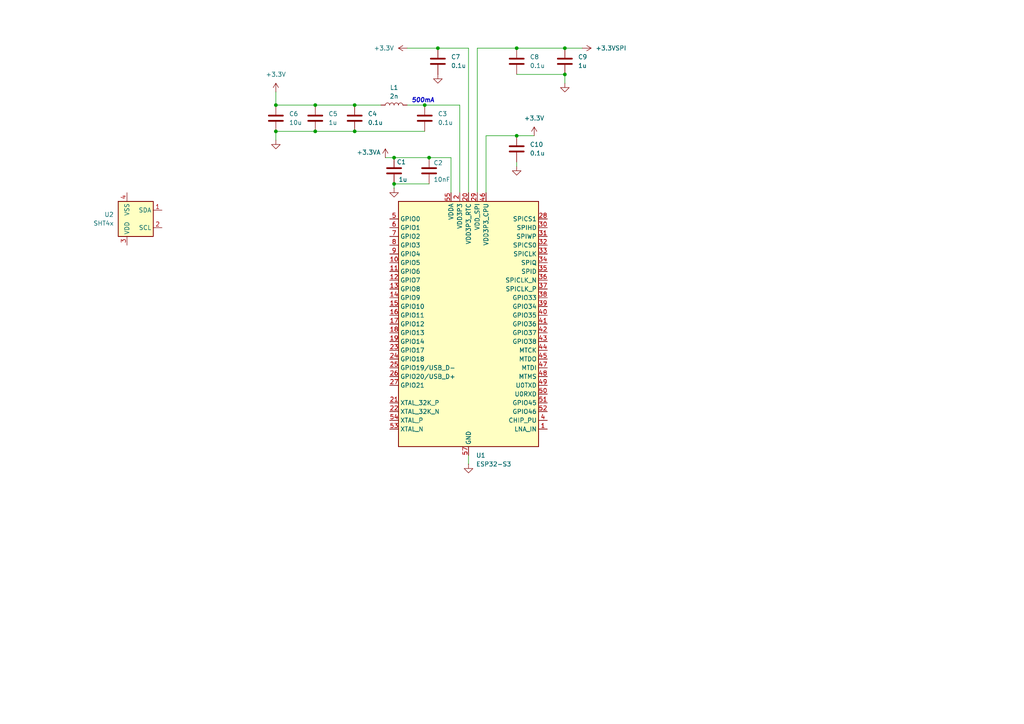
<source format=kicad_sch>
(kicad_sch
	(version 20231120)
	(generator "eeschema")
	(generator_version "8.0")
	(uuid "d75569fd-9e4f-4d3f-8500-81ff08b5621e")
	(paper "A4")
	(lib_symbols
		(symbol "Device:C"
			(pin_numbers hide)
			(pin_names
				(offset 0.254)
			)
			(exclude_from_sim no)
			(in_bom yes)
			(on_board yes)
			(property "Reference" "C"
				(at 0.635 2.54 0)
				(effects
					(font
						(size 1.27 1.27)
					)
					(justify left)
				)
			)
			(property "Value" "C"
				(at 0.635 -2.54 0)
				(effects
					(font
						(size 1.27 1.27)
					)
					(justify left)
				)
			)
			(property "Footprint" ""
				(at 0.9652 -3.81 0)
				(effects
					(font
						(size 1.27 1.27)
					)
					(hide yes)
				)
			)
			(property "Datasheet" "~"
				(at 0 0 0)
				(effects
					(font
						(size 1.27 1.27)
					)
					(hide yes)
				)
			)
			(property "Description" "Unpolarized capacitor"
				(at 0 0 0)
				(effects
					(font
						(size 1.27 1.27)
					)
					(hide yes)
				)
			)
			(property "ki_keywords" "cap capacitor"
				(at 0 0 0)
				(effects
					(font
						(size 1.27 1.27)
					)
					(hide yes)
				)
			)
			(property "ki_fp_filters" "C_*"
				(at 0 0 0)
				(effects
					(font
						(size 1.27 1.27)
					)
					(hide yes)
				)
			)
			(symbol "C_0_1"
				(polyline
					(pts
						(xy -2.032 -0.762) (xy 2.032 -0.762)
					)
					(stroke
						(width 0.508)
						(type default)
					)
					(fill
						(type none)
					)
				)
				(polyline
					(pts
						(xy -2.032 0.762) (xy 2.032 0.762)
					)
					(stroke
						(width 0.508)
						(type default)
					)
					(fill
						(type none)
					)
				)
			)
			(symbol "C_1_1"
				(pin passive line
					(at 0 3.81 270)
					(length 2.794)
					(name "~"
						(effects
							(font
								(size 1.27 1.27)
							)
						)
					)
					(number "1"
						(effects
							(font
								(size 1.27 1.27)
							)
						)
					)
				)
				(pin passive line
					(at 0 -3.81 90)
					(length 2.794)
					(name "~"
						(effects
							(font
								(size 1.27 1.27)
							)
						)
					)
					(number "2"
						(effects
							(font
								(size 1.27 1.27)
							)
						)
					)
				)
			)
		)
		(symbol "Device:L"
			(pin_numbers hide)
			(pin_names
				(offset 1.016) hide)
			(exclude_from_sim no)
			(in_bom yes)
			(on_board yes)
			(property "Reference" "L"
				(at -1.27 0 90)
				(effects
					(font
						(size 1.27 1.27)
					)
				)
			)
			(property "Value" "L"
				(at 1.905 0 90)
				(effects
					(font
						(size 1.27 1.27)
					)
				)
			)
			(property "Footprint" ""
				(at 0 0 0)
				(effects
					(font
						(size 1.27 1.27)
					)
					(hide yes)
				)
			)
			(property "Datasheet" "~"
				(at 0 0 0)
				(effects
					(font
						(size 1.27 1.27)
					)
					(hide yes)
				)
			)
			(property "Description" "Inductor"
				(at 0 0 0)
				(effects
					(font
						(size 1.27 1.27)
					)
					(hide yes)
				)
			)
			(property "ki_keywords" "inductor choke coil reactor magnetic"
				(at 0 0 0)
				(effects
					(font
						(size 1.27 1.27)
					)
					(hide yes)
				)
			)
			(property "ki_fp_filters" "Choke_* *Coil* Inductor_* L_*"
				(at 0 0 0)
				(effects
					(font
						(size 1.27 1.27)
					)
					(hide yes)
				)
			)
			(symbol "L_0_1"
				(arc
					(start 0 -2.54)
					(mid 0.6323 -1.905)
					(end 0 -1.27)
					(stroke
						(width 0)
						(type default)
					)
					(fill
						(type none)
					)
				)
				(arc
					(start 0 -1.27)
					(mid 0.6323 -0.635)
					(end 0 0)
					(stroke
						(width 0)
						(type default)
					)
					(fill
						(type none)
					)
				)
				(arc
					(start 0 0)
					(mid 0.6323 0.635)
					(end 0 1.27)
					(stroke
						(width 0)
						(type default)
					)
					(fill
						(type none)
					)
				)
				(arc
					(start 0 1.27)
					(mid 0.6323 1.905)
					(end 0 2.54)
					(stroke
						(width 0)
						(type default)
					)
					(fill
						(type none)
					)
				)
			)
			(symbol "L_1_1"
				(pin passive line
					(at 0 3.81 270)
					(length 1.27)
					(name "1"
						(effects
							(font
								(size 1.27 1.27)
							)
						)
					)
					(number "1"
						(effects
							(font
								(size 1.27 1.27)
							)
						)
					)
				)
				(pin passive line
					(at 0 -3.81 90)
					(length 1.27)
					(name "2"
						(effects
							(font
								(size 1.27 1.27)
							)
						)
					)
					(number "2"
						(effects
							(font
								(size 1.27 1.27)
							)
						)
					)
				)
			)
		)
		(symbol "MCU_Espressif:ESP32-S3"
			(exclude_from_sim no)
			(in_bom yes)
			(on_board yes)
			(property "Reference" "U"
				(at 10.16 -38.1 0)
				(effects
					(font
						(size 1.27 1.27)
					)
				)
			)
			(property "Value" "ESP32-S3"
				(at 13.97 -40.64 0)
				(effects
					(font
						(size 1.27 1.27)
					)
				)
			)
			(property "Footprint" "Package_DFN_QFN:QFN-56-1EP_7x7mm_P0.4mm_EP4x4mm"
				(at 0 -48.26 0)
				(effects
					(font
						(size 1.27 1.27)
					)
					(hide yes)
				)
			)
			(property "Datasheet" "https://www.espressif.com/sites/default/files/documentation/esp32-s3_datasheet_en.pdf"
				(at 0 0 0)
				(effects
					(font
						(size 1.27 1.27)
					)
					(hide yes)
				)
			)
			(property "Description" "Microcontroller, Wi-Fi 802.11b/g/n, Bluetooth, 32bit"
				(at 0 0 0)
				(effects
					(font
						(size 1.27 1.27)
					)
					(hide yes)
				)
			)
			(property "ki_keywords" "Microcontroller Wi-Fi BT ESP ESP32 Espressif"
				(at 0 0 0)
				(effects
					(font
						(size 1.27 1.27)
					)
					(hide yes)
				)
			)
			(property "ki_fp_filters" "QFN*1EP*7x7mm*P0.4mm*"
				(at 0 0 0)
				(effects
					(font
						(size 1.27 1.27)
					)
					(hide yes)
				)
			)
			(symbol "ESP32-S3_0_1"
				(rectangle
					(start -20.32 35.56)
					(end 20.32 -35.56)
					(stroke
						(width 0.254)
						(type default)
					)
					(fill
						(type background)
					)
				)
			)
			(symbol "ESP32-S3_1_0"
				(pin bidirectional line
					(at 22.86 12.7 180)
					(length 2.54)
					(name "SPICLK_N"
						(effects
							(font
								(size 1.27 1.27)
							)
						)
					)
					(number "36"
						(effects
							(font
								(size 1.27 1.27)
							)
						)
					)
				)
				(pin bidirectional line
					(at 22.86 -10.16 180)
					(length 2.54)
					(name "MTDO"
						(effects
							(font
								(size 1.27 1.27)
							)
						)
					)
					(number "45"
						(effects
							(font
								(size 1.27 1.27)
							)
						)
					)
				)
				(pin bidirectional line
					(at 22.86 -22.86 180)
					(length 2.54)
					(name "GPIO45"
						(effects
							(font
								(size 1.27 1.27)
							)
						)
					)
					(number "51"
						(effects
							(font
								(size 1.27 1.27)
							)
						)
					)
				)
				(pin passive line
					(at -5.08 38.1 270)
					(length 2.54) hide
					(name "VDDA"
						(effects
							(font
								(size 1.27 1.27)
							)
						)
					)
					(number "56"
						(effects
							(font
								(size 1.27 1.27)
							)
						)
					)
				)
			)
			(symbol "ESP32-S3_1_1"
				(pin bidirectional line
					(at 22.86 -30.48 180)
					(length 2.54)
					(name "LNA_IN"
						(effects
							(font
								(size 1.27 1.27)
							)
						)
					)
					(number "1"
						(effects
							(font
								(size 1.27 1.27)
							)
						)
					)
				)
				(pin bidirectional line
					(at -22.86 17.78 0)
					(length 2.54)
					(name "GPIO5"
						(effects
							(font
								(size 1.27 1.27)
							)
						)
					)
					(number "10"
						(effects
							(font
								(size 1.27 1.27)
							)
						)
					)
				)
				(pin bidirectional line
					(at -22.86 15.24 0)
					(length 2.54)
					(name "GPIO6"
						(effects
							(font
								(size 1.27 1.27)
							)
						)
					)
					(number "11"
						(effects
							(font
								(size 1.27 1.27)
							)
						)
					)
				)
				(pin bidirectional line
					(at -22.86 12.7 0)
					(length 2.54)
					(name "GPIO7"
						(effects
							(font
								(size 1.27 1.27)
							)
						)
					)
					(number "12"
						(effects
							(font
								(size 1.27 1.27)
							)
						)
					)
				)
				(pin bidirectional line
					(at -22.86 10.16 0)
					(length 2.54)
					(name "GPIO8"
						(effects
							(font
								(size 1.27 1.27)
							)
						)
					)
					(number "13"
						(effects
							(font
								(size 1.27 1.27)
							)
						)
					)
				)
				(pin bidirectional line
					(at -22.86 7.62 0)
					(length 2.54)
					(name "GPIO9"
						(effects
							(font
								(size 1.27 1.27)
							)
						)
					)
					(number "14"
						(effects
							(font
								(size 1.27 1.27)
							)
						)
					)
				)
				(pin bidirectional line
					(at -22.86 5.08 0)
					(length 2.54)
					(name "GPIO10"
						(effects
							(font
								(size 1.27 1.27)
							)
						)
					)
					(number "15"
						(effects
							(font
								(size 1.27 1.27)
							)
						)
					)
				)
				(pin bidirectional line
					(at -22.86 2.54 0)
					(length 2.54)
					(name "GPIO11"
						(effects
							(font
								(size 1.27 1.27)
							)
						)
					)
					(number "16"
						(effects
							(font
								(size 1.27 1.27)
							)
						)
					)
				)
				(pin bidirectional line
					(at -22.86 0 0)
					(length 2.54)
					(name "GPIO12"
						(effects
							(font
								(size 1.27 1.27)
							)
						)
					)
					(number "17"
						(effects
							(font
								(size 1.27 1.27)
							)
						)
					)
				)
				(pin bidirectional line
					(at -22.86 -2.54 0)
					(length 2.54)
					(name "GPIO13"
						(effects
							(font
								(size 1.27 1.27)
							)
						)
					)
					(number "18"
						(effects
							(font
								(size 1.27 1.27)
							)
						)
					)
				)
				(pin bidirectional line
					(at -22.86 -5.08 0)
					(length 2.54)
					(name "GPIO14"
						(effects
							(font
								(size 1.27 1.27)
							)
						)
					)
					(number "19"
						(effects
							(font
								(size 1.27 1.27)
							)
						)
					)
				)
				(pin power_in line
					(at -2.54 38.1 270)
					(length 2.54)
					(name "VDD3P3"
						(effects
							(font
								(size 1.27 1.27)
							)
						)
					)
					(number "2"
						(effects
							(font
								(size 1.27 1.27)
							)
						)
					)
				)
				(pin power_in line
					(at 0 38.1 270)
					(length 2.54)
					(name "VDD3P3_RTC"
						(effects
							(font
								(size 1.27 1.27)
							)
						)
					)
					(number "20"
						(effects
							(font
								(size 1.27 1.27)
							)
						)
					)
				)
				(pin passive line
					(at -22.86 -22.86 0)
					(length 2.54)
					(name "XTAL_32K_P"
						(effects
							(font
								(size 1.27 1.27)
							)
						)
					)
					(number "21"
						(effects
							(font
								(size 1.27 1.27)
							)
						)
					)
				)
				(pin passive line
					(at -22.86 -25.4 0)
					(length 2.54)
					(name "XTAL_32K_N"
						(effects
							(font
								(size 1.27 1.27)
							)
						)
					)
					(number "22"
						(effects
							(font
								(size 1.27 1.27)
							)
						)
					)
				)
				(pin bidirectional line
					(at -22.86 -7.62 0)
					(length 2.54)
					(name "GPIO17"
						(effects
							(font
								(size 1.27 1.27)
							)
						)
					)
					(number "23"
						(effects
							(font
								(size 1.27 1.27)
							)
						)
					)
				)
				(pin bidirectional line
					(at -22.86 -10.16 0)
					(length 2.54)
					(name "GPIO18"
						(effects
							(font
								(size 1.27 1.27)
							)
						)
					)
					(number "24"
						(effects
							(font
								(size 1.27 1.27)
							)
						)
					)
				)
				(pin bidirectional line
					(at -22.86 -12.7 0)
					(length 2.54)
					(name "GPIO19/USB_D-"
						(effects
							(font
								(size 1.27 1.27)
							)
						)
					)
					(number "25"
						(effects
							(font
								(size 1.27 1.27)
							)
						)
					)
				)
				(pin bidirectional line
					(at -22.86 -15.24 0)
					(length 2.54)
					(name "GPIO20/USB_D+"
						(effects
							(font
								(size 1.27 1.27)
							)
						)
					)
					(number "26"
						(effects
							(font
								(size 1.27 1.27)
							)
						)
					)
				)
				(pin bidirectional line
					(at -22.86 -17.78 0)
					(length 2.54)
					(name "GPIO21"
						(effects
							(font
								(size 1.27 1.27)
							)
						)
					)
					(number "27"
						(effects
							(font
								(size 1.27 1.27)
							)
						)
					)
				)
				(pin bidirectional line
					(at 22.86 30.48 180)
					(length 2.54)
					(name "SPICS1"
						(effects
							(font
								(size 1.27 1.27)
							)
						)
					)
					(number "28"
						(effects
							(font
								(size 1.27 1.27)
							)
						)
					)
				)
				(pin power_in line
					(at 2.54 38.1 270)
					(length 2.54)
					(name "VDD_SPI"
						(effects
							(font
								(size 1.27 1.27)
							)
						)
					)
					(number "29"
						(effects
							(font
								(size 1.27 1.27)
							)
						)
					)
				)
				(pin passive line
					(at -2.54 38.1 270)
					(length 2.54) hide
					(name "VDD3P3"
						(effects
							(font
								(size 1.27 1.27)
							)
						)
					)
					(number "3"
						(effects
							(font
								(size 1.27 1.27)
							)
						)
					)
				)
				(pin bidirectional line
					(at 22.86 27.94 180)
					(length 2.54)
					(name "SPIHD"
						(effects
							(font
								(size 1.27 1.27)
							)
						)
					)
					(number "30"
						(effects
							(font
								(size 1.27 1.27)
							)
						)
					)
				)
				(pin bidirectional line
					(at 22.86 25.4 180)
					(length 2.54)
					(name "SPIWP"
						(effects
							(font
								(size 1.27 1.27)
							)
						)
					)
					(number "31"
						(effects
							(font
								(size 1.27 1.27)
							)
						)
					)
				)
				(pin bidirectional line
					(at 22.86 22.86 180)
					(length 2.54)
					(name "SPICS0"
						(effects
							(font
								(size 1.27 1.27)
							)
						)
					)
					(number "32"
						(effects
							(font
								(size 1.27 1.27)
							)
						)
					)
				)
				(pin bidirectional line
					(at 22.86 20.32 180)
					(length 2.54)
					(name "SPICLK"
						(effects
							(font
								(size 1.27 1.27)
							)
						)
					)
					(number "33"
						(effects
							(font
								(size 1.27 1.27)
							)
						)
					)
				)
				(pin bidirectional line
					(at 22.86 17.78 180)
					(length 2.54)
					(name "SPIQ"
						(effects
							(font
								(size 1.27 1.27)
							)
						)
					)
					(number "34"
						(effects
							(font
								(size 1.27 1.27)
							)
						)
					)
				)
				(pin bidirectional line
					(at 22.86 15.24 180)
					(length 2.54)
					(name "SPID"
						(effects
							(font
								(size 1.27 1.27)
							)
						)
					)
					(number "35"
						(effects
							(font
								(size 1.27 1.27)
							)
						)
					)
				)
				(pin bidirectional line
					(at 22.86 10.16 180)
					(length 2.54)
					(name "SPICLK_P"
						(effects
							(font
								(size 1.27 1.27)
							)
						)
					)
					(number "37"
						(effects
							(font
								(size 1.27 1.27)
							)
						)
					)
				)
				(pin bidirectional line
					(at 22.86 7.62 180)
					(length 2.54)
					(name "GPIO33"
						(effects
							(font
								(size 1.27 1.27)
							)
						)
					)
					(number "38"
						(effects
							(font
								(size 1.27 1.27)
							)
						)
					)
				)
				(pin bidirectional line
					(at 22.86 5.08 180)
					(length 2.54)
					(name "GPIO34"
						(effects
							(font
								(size 1.27 1.27)
							)
						)
					)
					(number "39"
						(effects
							(font
								(size 1.27 1.27)
							)
						)
					)
				)
				(pin input line
					(at 22.86 -27.94 180)
					(length 2.54)
					(name "CHIP_PU"
						(effects
							(font
								(size 1.27 1.27)
							)
						)
					)
					(number "4"
						(effects
							(font
								(size 1.27 1.27)
							)
						)
					)
				)
				(pin bidirectional line
					(at 22.86 2.54 180)
					(length 2.54)
					(name "GPIO35"
						(effects
							(font
								(size 1.27 1.27)
							)
						)
					)
					(number "40"
						(effects
							(font
								(size 1.27 1.27)
							)
						)
					)
				)
				(pin bidirectional line
					(at 22.86 0 180)
					(length 2.54)
					(name "GPIO36"
						(effects
							(font
								(size 1.27 1.27)
							)
						)
					)
					(number "41"
						(effects
							(font
								(size 1.27 1.27)
							)
						)
					)
				)
				(pin bidirectional line
					(at 22.86 -2.54 180)
					(length 2.54)
					(name "GPIO37"
						(effects
							(font
								(size 1.27 1.27)
							)
						)
					)
					(number "42"
						(effects
							(font
								(size 1.27 1.27)
							)
						)
					)
				)
				(pin bidirectional line
					(at 22.86 -5.08 180)
					(length 2.54)
					(name "GPIO38"
						(effects
							(font
								(size 1.27 1.27)
							)
						)
					)
					(number "43"
						(effects
							(font
								(size 1.27 1.27)
							)
						)
					)
				)
				(pin bidirectional line
					(at 22.86 -7.62 180)
					(length 2.54)
					(name "MTCK"
						(effects
							(font
								(size 1.27 1.27)
							)
						)
					)
					(number "44"
						(effects
							(font
								(size 1.27 1.27)
							)
						)
					)
				)
				(pin power_in line
					(at 5.08 38.1 270)
					(length 2.54)
					(name "VDD3P3_CPU"
						(effects
							(font
								(size 1.27 1.27)
							)
						)
					)
					(number "46"
						(effects
							(font
								(size 1.27 1.27)
							)
						)
					)
				)
				(pin bidirectional line
					(at 22.86 -12.7 180)
					(length 2.54)
					(name "MTDI"
						(effects
							(font
								(size 1.27 1.27)
							)
						)
					)
					(number "47"
						(effects
							(font
								(size 1.27 1.27)
							)
						)
					)
				)
				(pin bidirectional line
					(at 22.86 -15.24 180)
					(length 2.54)
					(name "MTMS"
						(effects
							(font
								(size 1.27 1.27)
							)
						)
					)
					(number "48"
						(effects
							(font
								(size 1.27 1.27)
							)
						)
					)
				)
				(pin bidirectional line
					(at 22.86 -17.78 180)
					(length 2.54)
					(name "U0TXD"
						(effects
							(font
								(size 1.27 1.27)
							)
						)
					)
					(number "49"
						(effects
							(font
								(size 1.27 1.27)
							)
						)
					)
				)
				(pin bidirectional line
					(at -22.86 30.48 0)
					(length 2.54)
					(name "GPIO0"
						(effects
							(font
								(size 1.27 1.27)
							)
						)
					)
					(number "5"
						(effects
							(font
								(size 1.27 1.27)
							)
						)
					)
				)
				(pin bidirectional line
					(at 22.86 -20.32 180)
					(length 2.54)
					(name "U0RXD"
						(effects
							(font
								(size 1.27 1.27)
							)
						)
					)
					(number "50"
						(effects
							(font
								(size 1.27 1.27)
							)
						)
					)
				)
				(pin bidirectional line
					(at 22.86 -25.4 180)
					(length 2.54)
					(name "GPIO46"
						(effects
							(font
								(size 1.27 1.27)
							)
						)
					)
					(number "52"
						(effects
							(font
								(size 1.27 1.27)
							)
						)
					)
				)
				(pin output line
					(at -22.86 -30.48 0)
					(length 2.54)
					(name "XTAL_N"
						(effects
							(font
								(size 1.27 1.27)
							)
						)
					)
					(number "53"
						(effects
							(font
								(size 1.27 1.27)
							)
						)
					)
				)
				(pin input line
					(at -22.86 -27.94 0)
					(length 2.54)
					(name "XTAL_P"
						(effects
							(font
								(size 1.27 1.27)
							)
						)
					)
					(number "54"
						(effects
							(font
								(size 1.27 1.27)
							)
						)
					)
				)
				(pin power_in line
					(at -5.08 38.1 270)
					(length 2.54)
					(name "VDDA"
						(effects
							(font
								(size 1.27 1.27)
							)
						)
					)
					(number "55"
						(effects
							(font
								(size 1.27 1.27)
							)
						)
					)
				)
				(pin power_in line
					(at 0 -38.1 90)
					(length 2.54)
					(name "GND"
						(effects
							(font
								(size 1.27 1.27)
							)
						)
					)
					(number "57"
						(effects
							(font
								(size 1.27 1.27)
							)
						)
					)
				)
				(pin bidirectional line
					(at -22.86 27.94 0)
					(length 2.54)
					(name "GPIO1"
						(effects
							(font
								(size 1.27 1.27)
							)
						)
					)
					(number "6"
						(effects
							(font
								(size 1.27 1.27)
							)
						)
					)
				)
				(pin bidirectional line
					(at -22.86 25.4 0)
					(length 2.54)
					(name "GPIO2"
						(effects
							(font
								(size 1.27 1.27)
							)
						)
					)
					(number "7"
						(effects
							(font
								(size 1.27 1.27)
							)
						)
					)
				)
				(pin bidirectional line
					(at -22.86 22.86 0)
					(length 2.54)
					(name "GPIO3"
						(effects
							(font
								(size 1.27 1.27)
							)
						)
					)
					(number "8"
						(effects
							(font
								(size 1.27 1.27)
							)
						)
					)
				)
				(pin bidirectional line
					(at -22.86 20.32 0)
					(length 2.54)
					(name "GPIO4"
						(effects
							(font
								(size 1.27 1.27)
							)
						)
					)
					(number "9"
						(effects
							(font
								(size 1.27 1.27)
							)
						)
					)
				)
			)
		)
		(symbol "Sensor_Humidity:SHT4x"
			(exclude_from_sim no)
			(in_bom yes)
			(on_board yes)
			(property "Reference" "U"
				(at 0 8.89 0)
				(effects
					(font
						(size 1.27 1.27)
					)
					(justify right)
				)
			)
			(property "Value" "SHT4x"
				(at 0 6.35 0)
				(effects
					(font
						(size 1.27 1.27)
					)
					(justify right)
				)
			)
			(property "Footprint" "Sensor_Humidity:Sensirion_DFN-4_1.5x1.5mm_P0.8mm_SHT4x_NoCentralPad"
				(at 3.81 -6.35 0)
				(effects
					(font
						(size 1.27 1.27)
					)
					(justify left)
					(hide yes)
				)
			)
			(property "Datasheet" "https://sensirion.com/media/documents/33FD6951/624C4357/Datasheet_SHT4x.pdf"
				(at 3.81 -8.89 0)
				(effects
					(font
						(size 1.27 1.27)
					)
					(justify left)
					(hide yes)
				)
			)
			(property "Description" "Digital Humidity and Temperature Sensor, +/-1%RH, +/-0.1degC, I2C, 1.08-3.6V, 16bit, DFN-4"
				(at 0 0 0)
				(effects
					(font
						(size 1.27 1.27)
					)
					(hide yes)
				)
			)
			(property "ki_keywords" "Sensirion environment environmental measurement digital SHT40 SHT41 SHT45"
				(at 0 0 0)
				(effects
					(font
						(size 1.27 1.27)
					)
					(hide yes)
				)
			)
			(property "ki_fp_filters" "Sensirion?DFN*1.5x1.5mm*P0.8mm*SHT4x*"
				(at 0 0 0)
				(effects
					(font
						(size 1.27 1.27)
					)
					(hide yes)
				)
			)
			(symbol "SHT4x_1_1"
				(rectangle
					(start -5.08 5.08)
					(end 5.08 -5.08)
					(stroke
						(width 0.254)
						(type default)
					)
					(fill
						(type background)
					)
				)
				(pin bidirectional line
					(at -7.62 -2.54 0)
					(length 2.54)
					(name "SDA"
						(effects
							(font
								(size 1.27 1.27)
							)
						)
					)
					(number "1"
						(effects
							(font
								(size 1.27 1.27)
							)
						)
					)
				)
				(pin input line
					(at -7.62 2.54 0)
					(length 2.54)
					(name "SCL"
						(effects
							(font
								(size 1.27 1.27)
							)
						)
					)
					(number "2"
						(effects
							(font
								(size 1.27 1.27)
							)
						)
					)
				)
				(pin power_in line
					(at 2.54 7.62 270)
					(length 2.54)
					(name "VDD"
						(effects
							(font
								(size 1.27 1.27)
							)
						)
					)
					(number "3"
						(effects
							(font
								(size 1.27 1.27)
							)
						)
					)
				)
				(pin power_in line
					(at 2.54 -7.62 90)
					(length 2.54)
					(name "VSS"
						(effects
							(font
								(size 1.27 1.27)
							)
						)
					)
					(number "4"
						(effects
							(font
								(size 1.27 1.27)
							)
						)
					)
				)
			)
		)
		(symbol "power:+3.3V"
			(power)
			(pin_numbers hide)
			(pin_names
				(offset 0) hide)
			(exclude_from_sim no)
			(in_bom yes)
			(on_board yes)
			(property "Reference" "#PWR"
				(at 0 -3.81 0)
				(effects
					(font
						(size 1.27 1.27)
					)
					(hide yes)
				)
			)
			(property "Value" "+3.3V"
				(at 0 3.556 0)
				(effects
					(font
						(size 1.27 1.27)
					)
				)
			)
			(property "Footprint" ""
				(at 0 0 0)
				(effects
					(font
						(size 1.27 1.27)
					)
					(hide yes)
				)
			)
			(property "Datasheet" ""
				(at 0 0 0)
				(effects
					(font
						(size 1.27 1.27)
					)
					(hide yes)
				)
			)
			(property "Description" "Power symbol creates a global label with name \"+3.3V\""
				(at 0 0 0)
				(effects
					(font
						(size 1.27 1.27)
					)
					(hide yes)
				)
			)
			(property "ki_keywords" "global power"
				(at 0 0 0)
				(effects
					(font
						(size 1.27 1.27)
					)
					(hide yes)
				)
			)
			(symbol "+3.3V_0_1"
				(polyline
					(pts
						(xy -0.762 1.27) (xy 0 2.54)
					)
					(stroke
						(width 0)
						(type default)
					)
					(fill
						(type none)
					)
				)
				(polyline
					(pts
						(xy 0 0) (xy 0 2.54)
					)
					(stroke
						(width 0)
						(type default)
					)
					(fill
						(type none)
					)
				)
				(polyline
					(pts
						(xy 0 2.54) (xy 0.762 1.27)
					)
					(stroke
						(width 0)
						(type default)
					)
					(fill
						(type none)
					)
				)
			)
			(symbol "+3.3V_1_1"
				(pin power_in line
					(at 0 0 90)
					(length 0)
					(name "~"
						(effects
							(font
								(size 1.27 1.27)
							)
						)
					)
					(number "1"
						(effects
							(font
								(size 1.27 1.27)
							)
						)
					)
				)
			)
		)
		(symbol "power:+3.3VA"
			(power)
			(pin_numbers hide)
			(pin_names
				(offset 0) hide)
			(exclude_from_sim no)
			(in_bom yes)
			(on_board yes)
			(property "Reference" "#PWR"
				(at 0 -3.81 0)
				(effects
					(font
						(size 1.27 1.27)
					)
					(hide yes)
				)
			)
			(property "Value" "+3.3VA"
				(at 0 3.556 0)
				(effects
					(font
						(size 1.27 1.27)
					)
				)
			)
			(property "Footprint" ""
				(at 0 0 0)
				(effects
					(font
						(size 1.27 1.27)
					)
					(hide yes)
				)
			)
			(property "Datasheet" ""
				(at 0 0 0)
				(effects
					(font
						(size 1.27 1.27)
					)
					(hide yes)
				)
			)
			(property "Description" "Power symbol creates a global label with name \"+3.3VA\""
				(at 0 0 0)
				(effects
					(font
						(size 1.27 1.27)
					)
					(hide yes)
				)
			)
			(property "ki_keywords" "global power"
				(at 0 0 0)
				(effects
					(font
						(size 1.27 1.27)
					)
					(hide yes)
				)
			)
			(symbol "+3.3VA_0_1"
				(polyline
					(pts
						(xy -0.762 1.27) (xy 0 2.54)
					)
					(stroke
						(width 0)
						(type default)
					)
					(fill
						(type none)
					)
				)
				(polyline
					(pts
						(xy 0 0) (xy 0 2.54)
					)
					(stroke
						(width 0)
						(type default)
					)
					(fill
						(type none)
					)
				)
				(polyline
					(pts
						(xy 0 2.54) (xy 0.762 1.27)
					)
					(stroke
						(width 0)
						(type default)
					)
					(fill
						(type none)
					)
				)
			)
			(symbol "+3.3VA_1_1"
				(pin power_in line
					(at 0 0 90)
					(length 0)
					(name "~"
						(effects
							(font
								(size 1.27 1.27)
							)
						)
					)
					(number "1"
						(effects
							(font
								(size 1.27 1.27)
							)
						)
					)
				)
			)
		)
		(symbol "power:GND"
			(power)
			(pin_numbers hide)
			(pin_names
				(offset 0) hide)
			(exclude_from_sim no)
			(in_bom yes)
			(on_board yes)
			(property "Reference" "#PWR"
				(at 0 -6.35 0)
				(effects
					(font
						(size 1.27 1.27)
					)
					(hide yes)
				)
			)
			(property "Value" "GND"
				(at 0 -3.81 0)
				(effects
					(font
						(size 1.27 1.27)
					)
				)
			)
			(property "Footprint" ""
				(at 0 0 0)
				(effects
					(font
						(size 1.27 1.27)
					)
					(hide yes)
				)
			)
			(property "Datasheet" ""
				(at 0 0 0)
				(effects
					(font
						(size 1.27 1.27)
					)
					(hide yes)
				)
			)
			(property "Description" "Power symbol creates a global label with name \"GND\" , ground"
				(at 0 0 0)
				(effects
					(font
						(size 1.27 1.27)
					)
					(hide yes)
				)
			)
			(property "ki_keywords" "global power"
				(at 0 0 0)
				(effects
					(font
						(size 1.27 1.27)
					)
					(hide yes)
				)
			)
			(symbol "GND_0_1"
				(polyline
					(pts
						(xy 0 0) (xy 0 -1.27) (xy 1.27 -1.27) (xy 0 -2.54) (xy -1.27 -1.27) (xy 0 -1.27)
					)
					(stroke
						(width 0)
						(type default)
					)
					(fill
						(type none)
					)
				)
			)
			(symbol "GND_1_1"
				(pin power_in line
					(at 0 0 270)
					(length 0)
					(name "~"
						(effects
							(font
								(size 1.27 1.27)
							)
						)
					)
					(number "1"
						(effects
							(font
								(size 1.27 1.27)
							)
						)
					)
				)
			)
		)
	)
	(junction
		(at 91.44 38.1)
		(diameter 0)
		(color 0 0 0 0)
		(uuid "18225fff-2efb-46ff-bd4f-f0206da8b32d")
	)
	(junction
		(at 80.01 30.48)
		(diameter 0)
		(color 0 0 0 0)
		(uuid "24bd46c8-1c02-4ff8-8137-d558c3af71ad")
	)
	(junction
		(at 149.86 39.37)
		(diameter 0)
		(color 0 0 0 0)
		(uuid "2ce93a9f-d434-4f8c-ba3e-0b784e487de7")
	)
	(junction
		(at 102.87 30.48)
		(diameter 0)
		(color 0 0 0 0)
		(uuid "423807b3-b1d7-4e6d-9035-3d7d8d4e5438")
	)
	(junction
		(at 80.01 38.1)
		(diameter 0)
		(color 0 0 0 0)
		(uuid "45c70873-5dd2-44df-b8c7-936166202d95")
	)
	(junction
		(at 91.44 30.48)
		(diameter 0)
		(color 0 0 0 0)
		(uuid "64e5c676-a236-45aa-94d1-516f2fc498eb")
	)
	(junction
		(at 114.3 45.72)
		(diameter 0)
		(color 0 0 0 0)
		(uuid "7f641ac2-6a4c-4a40-923c-75d501b133bf")
	)
	(junction
		(at 114.3 53.34)
		(diameter 0)
		(color 0 0 0 0)
		(uuid "81e9ae2d-f183-4537-810d-a549f6d6c7f6")
	)
	(junction
		(at 149.86 13.97)
		(diameter 0)
		(color 0 0 0 0)
		(uuid "87992ed2-e498-41ae-8cca-908ccc8ef6b9")
	)
	(junction
		(at 102.87 38.1)
		(diameter 0)
		(color 0 0 0 0)
		(uuid "8d48ede9-67f7-4b4a-8fb3-6f5ff097625b")
	)
	(junction
		(at 124.46 45.72)
		(diameter 0)
		(color 0 0 0 0)
		(uuid "8d51f757-9ac5-4ad2-950f-7adc43579d20")
	)
	(junction
		(at 123.19 30.48)
		(diameter 0)
		(color 0 0 0 0)
		(uuid "8df288ed-d607-4d00-8997-e2a389e55356")
	)
	(junction
		(at 163.83 21.59)
		(diameter 0)
		(color 0 0 0 0)
		(uuid "d34cc5c5-8de8-4de7-9127-9e91e3b3218d")
	)
	(junction
		(at 163.83 13.97)
		(diameter 0)
		(color 0 0 0 0)
		(uuid "d9eefeb4-ce28-4556-b139-26ff295b2ee4")
	)
	(junction
		(at 127 13.97)
		(diameter 0)
		(color 0 0 0 0)
		(uuid "fa73dffd-d805-417f-884c-4ca6d09bc210")
	)
	(wire
		(pts
			(xy 149.86 39.37) (xy 154.94 39.37)
		)
		(stroke
			(width 0)
			(type default)
		)
		(uuid "214ce966-72fe-4caa-9df9-653cf29915ab")
	)
	(wire
		(pts
			(xy 102.87 30.48) (xy 91.44 30.48)
		)
		(stroke
			(width 0)
			(type default)
		)
		(uuid "240252d6-c138-4a7f-a54f-4348cd11a184")
	)
	(wire
		(pts
			(xy 138.43 55.88) (xy 138.43 13.97)
		)
		(stroke
			(width 0)
			(type default)
		)
		(uuid "3d0eb9f2-7862-4eb0-aa64-a56ef3c6529c")
	)
	(wire
		(pts
			(xy 91.44 30.48) (xy 80.01 30.48)
		)
		(stroke
			(width 0)
			(type default)
		)
		(uuid "3f0c55d7-120d-4856-85e0-1da6eec389c5")
	)
	(wire
		(pts
			(xy 163.83 13.97) (xy 168.91 13.97)
		)
		(stroke
			(width 0)
			(type default)
		)
		(uuid "552511f0-1940-4235-b3f9-1c27f2d60e31")
	)
	(wire
		(pts
			(xy 80.01 38.1) (xy 80.01 40.64)
		)
		(stroke
			(width 0)
			(type default)
		)
		(uuid "557d2bc8-6126-4e99-a8cd-7da4d6bc6b08")
	)
	(wire
		(pts
			(xy 140.97 39.37) (xy 140.97 55.88)
		)
		(stroke
			(width 0)
			(type default)
		)
		(uuid "58c5df9e-7a6c-416d-aaf1-a47eb0ce61b8")
	)
	(wire
		(pts
			(xy 118.11 13.97) (xy 127 13.97)
		)
		(stroke
			(width 0)
			(type default)
		)
		(uuid "5e6dc563-4c74-4cf9-936e-520adc467669")
	)
	(wire
		(pts
			(xy 127 13.97) (xy 135.89 13.97)
		)
		(stroke
			(width 0)
			(type default)
		)
		(uuid "66942ff3-0db1-486c-88ca-5fad786b5f8b")
	)
	(wire
		(pts
			(xy 149.86 21.59) (xy 163.83 21.59)
		)
		(stroke
			(width 0)
			(type default)
		)
		(uuid "6a75639a-8484-4e23-b084-9e3cf5a4c68d")
	)
	(wire
		(pts
			(xy 133.35 55.88) (xy 133.35 30.48)
		)
		(stroke
			(width 0)
			(type default)
		)
		(uuid "6f8b13bf-c4a8-4f97-ae1a-83bc56225b00")
	)
	(wire
		(pts
			(xy 80.01 26.67) (xy 80.01 30.48)
		)
		(stroke
			(width 0)
			(type default)
		)
		(uuid "7006162b-67c5-45f2-9c37-46a6f92c74d4")
	)
	(wire
		(pts
			(xy 102.87 30.48) (xy 110.49 30.48)
		)
		(stroke
			(width 0)
			(type default)
		)
		(uuid "7312f92b-0529-4426-9e2f-3dd709c42fca")
	)
	(wire
		(pts
			(xy 163.83 21.59) (xy 163.83 24.13)
		)
		(stroke
			(width 0)
			(type default)
		)
		(uuid "7d3b83e1-3d53-4fce-9857-ab478b660224")
	)
	(wire
		(pts
			(xy 102.87 38.1) (xy 91.44 38.1)
		)
		(stroke
			(width 0)
			(type default)
		)
		(uuid "849debd9-c045-4e15-8139-bdd914b16641")
	)
	(wire
		(pts
			(xy 118.11 30.48) (xy 123.19 30.48)
		)
		(stroke
			(width 0)
			(type default)
		)
		(uuid "8dbe0f8e-47a4-489a-be1f-3fb5dcd23ea0")
	)
	(wire
		(pts
			(xy 130.81 45.72) (xy 130.81 55.88)
		)
		(stroke
			(width 0)
			(type default)
		)
		(uuid "a2a382f5-20a6-4c79-bbfc-aac56491c800")
	)
	(wire
		(pts
			(xy 135.89 132.08) (xy 135.89 134.62)
		)
		(stroke
			(width 0)
			(type default)
		)
		(uuid "ac88b791-e738-4adb-8800-482fe3686142")
	)
	(wire
		(pts
			(xy 111.76 45.72) (xy 114.3 45.72)
		)
		(stroke
			(width 0)
			(type default)
		)
		(uuid "aeac1383-c8ef-4d0d-9324-548b12ecf87c")
	)
	(wire
		(pts
			(xy 123.19 30.48) (xy 133.35 30.48)
		)
		(stroke
			(width 0)
			(type default)
		)
		(uuid "cbd3534a-5aca-42d9-8ac9-4728bfacbdd1")
	)
	(wire
		(pts
			(xy 124.46 45.72) (xy 114.3 45.72)
		)
		(stroke
			(width 0)
			(type default)
		)
		(uuid "d051c573-6fed-4814-8b70-1a280fb60240")
	)
	(wire
		(pts
			(xy 124.46 45.72) (xy 130.81 45.72)
		)
		(stroke
			(width 0)
			(type default)
		)
		(uuid "d5067ed1-52b2-4868-bc3b-24b4e3383cda")
	)
	(wire
		(pts
			(xy 138.43 13.97) (xy 149.86 13.97)
		)
		(stroke
			(width 0)
			(type default)
		)
		(uuid "d6ad53d1-215f-4357-9157-40d1608d84e4")
	)
	(wire
		(pts
			(xy 114.3 54.61) (xy 114.3 53.34)
		)
		(stroke
			(width 0)
			(type default)
		)
		(uuid "d79725e3-36e8-4257-aaaf-307c13de93cb")
	)
	(wire
		(pts
			(xy 149.86 13.97) (xy 163.83 13.97)
		)
		(stroke
			(width 0)
			(type default)
		)
		(uuid "d8caf677-b71d-4e97-8ff5-f0ea4807d2fc")
	)
	(wire
		(pts
			(xy 91.44 38.1) (xy 80.01 38.1)
		)
		(stroke
			(width 0)
			(type default)
		)
		(uuid "dd7ef92f-a277-4113-a135-b7551ea00809")
	)
	(wire
		(pts
			(xy 114.3 53.34) (xy 124.46 53.34)
		)
		(stroke
			(width 0)
			(type default)
		)
		(uuid "eb2c2879-7057-41b5-9d8a-3ae08439d18d")
	)
	(wire
		(pts
			(xy 123.19 38.1) (xy 102.87 38.1)
		)
		(stroke
			(width 0)
			(type default)
		)
		(uuid "ebeceb2d-c68c-4a14-a730-b0ecca281520")
	)
	(wire
		(pts
			(xy 149.86 39.37) (xy 140.97 39.37)
		)
		(stroke
			(width 0)
			(type default)
		)
		(uuid "f88c23ba-1d5b-4f7e-89db-2eed8494cdde")
	)
	(wire
		(pts
			(xy 135.89 55.88) (xy 135.89 13.97)
		)
		(stroke
			(width 0)
			(type default)
		)
		(uuid "fab2a5db-6b27-4297-bbf1-41c0b3f4736c")
	)
	(wire
		(pts
			(xy 149.86 46.99) (xy 149.86 48.26)
		)
		(stroke
			(width 0)
			(type default)
		)
		(uuid "fe6988c2-a37e-4704-8e1e-77a7f025e2ed")
	)
	(text "500mA\n"
		(exclude_from_sim no)
		(at 122.682 29.21 0)
		(effects
			(font
				(size 1.27 1.27)
				(bold yes)
				(italic yes)
			)
		)
		(uuid "13f534e2-3769-4670-988e-e40566f2034c")
	)
	(symbol
		(lib_id "power:GND")
		(at 114.3 54.61 0)
		(unit 1)
		(exclude_from_sim no)
		(in_bom yes)
		(on_board yes)
		(dnp no)
		(fields_autoplaced yes)
		(uuid "037e4cb9-6b14-4480-a788-2f0705a788a8")
		(property "Reference" "#PWR09"
			(at 114.3 60.96 0)
			(effects
				(font
					(size 1.27 1.27)
				)
				(hide yes)
			)
		)
		(property "Value" "GND"
			(at 114.3 59.69 0)
			(effects
				(font
					(size 1.27 1.27)
				)
				(hide yes)
			)
		)
		(property "Footprint" ""
			(at 114.3 54.61 0)
			(effects
				(font
					(size 1.27 1.27)
				)
				(hide yes)
			)
		)
		(property "Datasheet" ""
			(at 114.3 54.61 0)
			(effects
				(font
					(size 1.27 1.27)
				)
				(hide yes)
			)
		)
		(property "Description" "Power symbol creates a global label with name \"GND\" , ground"
			(at 114.3 54.61 0)
			(effects
				(font
					(size 1.27 1.27)
				)
				(hide yes)
			)
		)
		(pin "1"
			(uuid "61192822-fe92-4f23-8ae9-f48489becd30")
		)
		(instances
			(project "temp_monitor"
				(path "/ced52ab6-f4bd-4b6d-9971-ff18b2be18bb/ac852bb1-3d3c-4a23-9ded-27c211638ad2"
					(reference "#PWR09")
					(unit 1)
				)
			)
		)
	)
	(symbol
		(lib_id "power:GND")
		(at 135.89 134.62 0)
		(unit 1)
		(exclude_from_sim no)
		(in_bom yes)
		(on_board yes)
		(dnp no)
		(fields_autoplaced yes)
		(uuid "0f3ba6b3-ba7a-4239-9f41-6aadaa3a09a3")
		(property "Reference" "#PWR011"
			(at 135.89 140.97 0)
			(effects
				(font
					(size 1.27 1.27)
				)
				(hide yes)
			)
		)
		(property "Value" "GND"
			(at 135.89 139.7 0)
			(effects
				(font
					(size 1.27 1.27)
				)
				(hide yes)
			)
		)
		(property "Footprint" ""
			(at 135.89 134.62 0)
			(effects
				(font
					(size 1.27 1.27)
				)
				(hide yes)
			)
		)
		(property "Datasheet" ""
			(at 135.89 134.62 0)
			(effects
				(font
					(size 1.27 1.27)
				)
				(hide yes)
			)
		)
		(property "Description" "Power symbol creates a global label with name \"GND\" , ground"
			(at 135.89 134.62 0)
			(effects
				(font
					(size 1.27 1.27)
				)
				(hide yes)
			)
		)
		(pin "1"
			(uuid "1f0ff1cb-7da8-462c-8267-6a7196f53f8c")
		)
		(instances
			(project "temp_monitor"
				(path "/ced52ab6-f4bd-4b6d-9971-ff18b2be18bb/ac852bb1-3d3c-4a23-9ded-27c211638ad2"
					(reference "#PWR011")
					(unit 1)
				)
			)
		)
	)
	(symbol
		(lib_id "power:+3.3V")
		(at 80.01 26.67 0)
		(unit 1)
		(exclude_from_sim no)
		(in_bom yes)
		(on_board yes)
		(dnp no)
		(fields_autoplaced yes)
		(uuid "101b6203-998d-49e3-bbfd-16402e7f5249")
		(property "Reference" "#PWR04"
			(at 80.01 30.48 0)
			(effects
				(font
					(size 1.27 1.27)
				)
				(hide yes)
			)
		)
		(property "Value" "+3.3V"
			(at 80.01 21.59 0)
			(effects
				(font
					(size 1.27 1.27)
				)
			)
		)
		(property "Footprint" ""
			(at 80.01 26.67 0)
			(effects
				(font
					(size 1.27 1.27)
				)
				(hide yes)
			)
		)
		(property "Datasheet" ""
			(at 80.01 26.67 0)
			(effects
				(font
					(size 1.27 1.27)
				)
				(hide yes)
			)
		)
		(property "Description" "Power symbol creates a global label with name \"+3.3V\""
			(at 80.01 26.67 0)
			(effects
				(font
					(size 1.27 1.27)
				)
				(hide yes)
			)
		)
		(pin "1"
			(uuid "f094a26d-d181-4a97-8ae1-1f4a069f2701")
		)
		(instances
			(project ""
				(path "/ced52ab6-f4bd-4b6d-9971-ff18b2be18bb/ac852bb1-3d3c-4a23-9ded-27c211638ad2"
					(reference "#PWR04")
					(unit 1)
				)
			)
		)
	)
	(symbol
		(lib_id "power:GND")
		(at 127 21.59 0)
		(unit 1)
		(exclude_from_sim no)
		(in_bom yes)
		(on_board yes)
		(dnp no)
		(fields_autoplaced yes)
		(uuid "112ab939-042b-44ad-82b4-ff05532c33b5")
		(property "Reference" "#PWR05"
			(at 127 27.94 0)
			(effects
				(font
					(size 1.27 1.27)
				)
				(hide yes)
			)
		)
		(property "Value" "GND"
			(at 127 26.67 0)
			(effects
				(font
					(size 1.27 1.27)
				)
				(hide yes)
			)
		)
		(property "Footprint" ""
			(at 127 21.59 0)
			(effects
				(font
					(size 1.27 1.27)
				)
				(hide yes)
			)
		)
		(property "Datasheet" ""
			(at 127 21.59 0)
			(effects
				(font
					(size 1.27 1.27)
				)
				(hide yes)
			)
		)
		(property "Description" "Power symbol creates a global label with name \"GND\" , ground"
			(at 127 21.59 0)
			(effects
				(font
					(size 1.27 1.27)
				)
				(hide yes)
			)
		)
		(pin "1"
			(uuid "218bbbdc-a258-44e4-879f-d408a73e60a1")
		)
		(instances
			(project "temp_monitor"
				(path "/ced52ab6-f4bd-4b6d-9971-ff18b2be18bb/ac852bb1-3d3c-4a23-9ded-27c211638ad2"
					(reference "#PWR05")
					(unit 1)
				)
			)
		)
	)
	(symbol
		(lib_id "Device:C")
		(at 149.86 43.18 0)
		(unit 1)
		(exclude_from_sim no)
		(in_bom yes)
		(on_board yes)
		(dnp no)
		(fields_autoplaced yes)
		(uuid "13125585-5904-448c-acaa-215f2dd63c24")
		(property "Reference" "C10"
			(at 153.67 41.9099 0)
			(effects
				(font
					(size 1.27 1.27)
				)
				(justify left)
			)
		)
		(property "Value" "0.1u"
			(at 153.67 44.4499 0)
			(effects
				(font
					(size 1.27 1.27)
				)
				(justify left)
			)
		)
		(property "Footprint" ""
			(at 150.8252 46.99 0)
			(effects
				(font
					(size 1.27 1.27)
				)
				(hide yes)
			)
		)
		(property "Datasheet" "~"
			(at 149.86 43.18 0)
			(effects
				(font
					(size 1.27 1.27)
				)
				(hide yes)
			)
		)
		(property "Description" "Unpolarized capacitor"
			(at 149.86 43.18 0)
			(effects
				(font
					(size 1.27 1.27)
				)
				(hide yes)
			)
		)
		(pin "1"
			(uuid "4aa0951c-1b90-4480-802b-0c5a707a885a")
		)
		(pin "2"
			(uuid "25e9753a-193a-4091-8149-f6c38c379165")
		)
		(instances
			(project ""
				(path "/ced52ab6-f4bd-4b6d-9971-ff18b2be18bb/ac852bb1-3d3c-4a23-9ded-27c211638ad2"
					(reference "C10")
					(unit 1)
				)
			)
		)
	)
	(symbol
		(lib_id "Device:L")
		(at 114.3 30.48 90)
		(unit 1)
		(exclude_from_sim no)
		(in_bom yes)
		(on_board yes)
		(dnp no)
		(fields_autoplaced yes)
		(uuid "2707faae-277f-407e-b90f-44bd2cf6f2f2")
		(property "Reference" "L1"
			(at 114.3 25.4 90)
			(effects
				(font
					(size 1.27 1.27)
				)
			)
		)
		(property "Value" "2n"
			(at 114.3 27.94 90)
			(effects
				(font
					(size 1.27 1.27)
				)
			)
		)
		(property "Footprint" ""
			(at 114.3 30.48 0)
			(effects
				(font
					(size 1.27 1.27)
				)
				(hide yes)
			)
		)
		(property "Datasheet" "~"
			(at 114.3 30.48 0)
			(effects
				(font
					(size 1.27 1.27)
				)
				(hide yes)
			)
		)
		(property "Description" "Inductor"
			(at 114.3 30.48 0)
			(effects
				(font
					(size 1.27 1.27)
				)
				(hide yes)
			)
		)
		(pin "1"
			(uuid "31c6ce93-f0d7-40b5-875a-91abfe22b6e2")
		)
		(pin "2"
			(uuid "669b6015-f456-433e-85ec-a1976293fc48")
		)
		(instances
			(project ""
				(path "/ced52ab6-f4bd-4b6d-9971-ff18b2be18bb/ac852bb1-3d3c-4a23-9ded-27c211638ad2"
					(reference "L1")
					(unit 1)
				)
			)
		)
	)
	(symbol
		(lib_id "power:+3.3V")
		(at 168.91 13.97 270)
		(unit 1)
		(exclude_from_sim no)
		(in_bom yes)
		(on_board yes)
		(dnp no)
		(fields_autoplaced yes)
		(uuid "291c61d6-aa2d-4442-8045-810822f0b640")
		(property "Reference" "#PWR07"
			(at 165.1 13.97 0)
			(effects
				(font
					(size 1.27 1.27)
				)
				(hide yes)
			)
		)
		(property "Value" "+3.3VSPI"
			(at 172.72 13.9699 90)
			(effects
				(font
					(size 1.27 1.27)
				)
				(justify left)
			)
		)
		(property "Footprint" ""
			(at 168.91 13.97 0)
			(effects
				(font
					(size 1.27 1.27)
				)
				(hide yes)
			)
		)
		(property "Datasheet" ""
			(at 168.91 13.97 0)
			(effects
				(font
					(size 1.27 1.27)
				)
				(hide yes)
			)
		)
		(property "Description" "Power symbol creates a global label with name \"+3.3V\""
			(at 168.91 13.97 0)
			(effects
				(font
					(size 1.27 1.27)
				)
				(hide yes)
			)
		)
		(pin "1"
			(uuid "009fba0e-66f8-4f46-978b-cbcea940d046")
		)
		(instances
			(project ""
				(path "/ced52ab6-f4bd-4b6d-9971-ff18b2be18bb/ac852bb1-3d3c-4a23-9ded-27c211638ad2"
					(reference "#PWR07")
					(unit 1)
				)
			)
		)
	)
	(symbol
		(lib_id "Device:C")
		(at 80.01 34.29 0)
		(unit 1)
		(exclude_from_sim no)
		(in_bom yes)
		(on_board yes)
		(dnp no)
		(fields_autoplaced yes)
		(uuid "2db8b2af-3987-4431-9f5c-5308cb30553c")
		(property "Reference" "C6"
			(at 83.82 33.0199 0)
			(effects
				(font
					(size 1.27 1.27)
				)
				(justify left)
			)
		)
		(property "Value" "10u"
			(at 83.82 35.5599 0)
			(effects
				(font
					(size 1.27 1.27)
				)
				(justify left)
			)
		)
		(property "Footprint" ""
			(at 80.9752 38.1 0)
			(effects
				(font
					(size 1.27 1.27)
				)
				(hide yes)
			)
		)
		(property "Datasheet" "~"
			(at 80.01 34.29 0)
			(effects
				(font
					(size 1.27 1.27)
				)
				(hide yes)
			)
		)
		(property "Description" "Unpolarized capacitor"
			(at 80.01 34.29 0)
			(effects
				(font
					(size 1.27 1.27)
				)
				(hide yes)
			)
		)
		(pin "1"
			(uuid "92acfc4a-d16a-4865-b757-b64b76f8aa74")
		)
		(pin "2"
			(uuid "cfb734ac-acab-4399-b084-cdf6fc6d07f1")
		)
		(instances
			(project "temp_monitor"
				(path "/ced52ab6-f4bd-4b6d-9971-ff18b2be18bb/ac852bb1-3d3c-4a23-9ded-27c211638ad2"
					(reference "C6")
					(unit 1)
				)
			)
		)
	)
	(symbol
		(lib_id "power:GND")
		(at 149.86 48.26 0)
		(unit 1)
		(exclude_from_sim no)
		(in_bom yes)
		(on_board yes)
		(dnp no)
		(fields_autoplaced yes)
		(uuid "30c5d3fe-a88b-4d68-a6da-435aa8a5fdc7")
		(property "Reference" "#PWR02"
			(at 149.86 54.61 0)
			(effects
				(font
					(size 1.27 1.27)
				)
				(hide yes)
			)
		)
		(property "Value" "GND"
			(at 149.86 53.34 0)
			(effects
				(font
					(size 1.27 1.27)
				)
				(hide yes)
			)
		)
		(property "Footprint" ""
			(at 149.86 48.26 0)
			(effects
				(font
					(size 1.27 1.27)
				)
				(hide yes)
			)
		)
		(property "Datasheet" ""
			(at 149.86 48.26 0)
			(effects
				(font
					(size 1.27 1.27)
				)
				(hide yes)
			)
		)
		(property "Description" "Power symbol creates a global label with name \"GND\" , ground"
			(at 149.86 48.26 0)
			(effects
				(font
					(size 1.27 1.27)
				)
				(hide yes)
			)
		)
		(pin "1"
			(uuid "d4278f5e-8fe9-47e1-9fe7-735edaa064a7")
		)
		(instances
			(project "temp_monitor"
				(path "/ced52ab6-f4bd-4b6d-9971-ff18b2be18bb/ac852bb1-3d3c-4a23-9ded-27c211638ad2"
					(reference "#PWR02")
					(unit 1)
				)
			)
		)
	)
	(symbol
		(lib_id "power:+3.3V")
		(at 154.94 39.37 0)
		(unit 1)
		(exclude_from_sim no)
		(in_bom yes)
		(on_board yes)
		(dnp no)
		(fields_autoplaced yes)
		(uuid "3571101c-5e1a-4235-bda2-4a6e8bac2ff9")
		(property "Reference" "#PWR010"
			(at 154.94 43.18 0)
			(effects
				(font
					(size 1.27 1.27)
				)
				(hide yes)
			)
		)
		(property "Value" "+3.3V"
			(at 154.94 34.29 0)
			(effects
				(font
					(size 1.27 1.27)
				)
			)
		)
		(property "Footprint" ""
			(at 154.94 39.37 0)
			(effects
				(font
					(size 1.27 1.27)
				)
				(hide yes)
			)
		)
		(property "Datasheet" ""
			(at 154.94 39.37 0)
			(effects
				(font
					(size 1.27 1.27)
				)
				(hide yes)
			)
		)
		(property "Description" "Power symbol creates a global label with name \"+3.3V\""
			(at 154.94 39.37 0)
			(effects
				(font
					(size 1.27 1.27)
				)
				(hide yes)
			)
		)
		(pin "1"
			(uuid "7d1b9143-1952-421b-ac76-033351efc0e1")
		)
		(instances
			(project "temp_monitor"
				(path "/ced52ab6-f4bd-4b6d-9971-ff18b2be18bb/ac852bb1-3d3c-4a23-9ded-27c211638ad2"
					(reference "#PWR010")
					(unit 1)
				)
			)
		)
	)
	(symbol
		(lib_id "Device:C")
		(at 91.44 34.29 0)
		(unit 1)
		(exclude_from_sim no)
		(in_bom yes)
		(on_board yes)
		(dnp no)
		(fields_autoplaced yes)
		(uuid "518b5542-6dbb-4b95-b3dc-6a80797c248d")
		(property "Reference" "C5"
			(at 95.25 33.0199 0)
			(effects
				(font
					(size 1.27 1.27)
				)
				(justify left)
			)
		)
		(property "Value" "1u"
			(at 95.25 35.5599 0)
			(effects
				(font
					(size 1.27 1.27)
				)
				(justify left)
			)
		)
		(property "Footprint" ""
			(at 92.4052 38.1 0)
			(effects
				(font
					(size 1.27 1.27)
				)
				(hide yes)
			)
		)
		(property "Datasheet" "~"
			(at 91.44 34.29 0)
			(effects
				(font
					(size 1.27 1.27)
				)
				(hide yes)
			)
		)
		(property "Description" "Unpolarized capacitor"
			(at 91.44 34.29 0)
			(effects
				(font
					(size 1.27 1.27)
				)
				(hide yes)
			)
		)
		(pin "1"
			(uuid "4acefc9f-5ee5-4107-a23d-5d46dea4c112")
		)
		(pin "2"
			(uuid "1ca82a74-e759-4b7b-8d79-042370129751")
		)
		(instances
			(project "temp_monitor"
				(path "/ced52ab6-f4bd-4b6d-9971-ff18b2be18bb/ac852bb1-3d3c-4a23-9ded-27c211638ad2"
					(reference "C5")
					(unit 1)
				)
			)
		)
	)
	(symbol
		(lib_id "power:GND")
		(at 80.01 40.64 0)
		(unit 1)
		(exclude_from_sim no)
		(in_bom yes)
		(on_board yes)
		(dnp no)
		(fields_autoplaced yes)
		(uuid "77ac020f-50a4-4a68-ae46-8fce3d1998aa")
		(property "Reference" "#PWR03"
			(at 80.01 46.99 0)
			(effects
				(font
					(size 1.27 1.27)
				)
				(hide yes)
			)
		)
		(property "Value" "GND"
			(at 80.01 45.72 0)
			(effects
				(font
					(size 1.27 1.27)
				)
				(hide yes)
			)
		)
		(property "Footprint" ""
			(at 80.01 40.64 0)
			(effects
				(font
					(size 1.27 1.27)
				)
				(hide yes)
			)
		)
		(property "Datasheet" ""
			(at 80.01 40.64 0)
			(effects
				(font
					(size 1.27 1.27)
				)
				(hide yes)
			)
		)
		(property "Description" "Power symbol creates a global label with name \"GND\" , ground"
			(at 80.01 40.64 0)
			(effects
				(font
					(size 1.27 1.27)
				)
				(hide yes)
			)
		)
		(pin "1"
			(uuid "dc662aff-061a-4bda-b645-27c285377c55")
		)
		(instances
			(project "temp_monitor"
				(path "/ced52ab6-f4bd-4b6d-9971-ff18b2be18bb/ac852bb1-3d3c-4a23-9ded-27c211638ad2"
					(reference "#PWR03")
					(unit 1)
				)
			)
		)
	)
	(symbol
		(lib_id "Device:C")
		(at 127 17.78 0)
		(unit 1)
		(exclude_from_sim no)
		(in_bom yes)
		(on_board yes)
		(dnp no)
		(fields_autoplaced yes)
		(uuid "8c2fb948-773a-4f5a-ab85-6997330d1328")
		(property "Reference" "C7"
			(at 130.81 16.5099 0)
			(effects
				(font
					(size 1.27 1.27)
				)
				(justify left)
			)
		)
		(property "Value" "0.1u"
			(at 130.81 19.0499 0)
			(effects
				(font
					(size 1.27 1.27)
				)
				(justify left)
			)
		)
		(property "Footprint" ""
			(at 127.9652 21.59 0)
			(effects
				(font
					(size 1.27 1.27)
				)
				(hide yes)
			)
		)
		(property "Datasheet" "~"
			(at 127 17.78 0)
			(effects
				(font
					(size 1.27 1.27)
				)
				(hide yes)
			)
		)
		(property "Description" "Unpolarized capacitor"
			(at 127 17.78 0)
			(effects
				(font
					(size 1.27 1.27)
				)
				(hide yes)
			)
		)
		(pin "1"
			(uuid "56373105-c06d-4de4-b4d3-12503be5f7db")
		)
		(pin "2"
			(uuid "975bd9f6-4375-4b58-8593-d263ca2a4cd6")
		)
		(instances
			(project ""
				(path "/ced52ab6-f4bd-4b6d-9971-ff18b2be18bb/ac852bb1-3d3c-4a23-9ded-27c211638ad2"
					(reference "C7")
					(unit 1)
				)
			)
		)
	)
	(symbol
		(lib_id "Device:C")
		(at 114.3 49.53 0)
		(unit 1)
		(exclude_from_sim no)
		(in_bom yes)
		(on_board yes)
		(dnp no)
		(uuid "a1ffa9f0-40b5-4eca-accb-6e0c47965cc2")
		(property "Reference" "C1"
			(at 115.062 46.99 0)
			(effects
				(font
					(size 1.27 1.27)
				)
				(justify left)
			)
		)
		(property "Value" "1u"
			(at 115.57 52.07 0)
			(effects
				(font
					(size 1.27 1.27)
				)
				(justify left)
			)
		)
		(property "Footprint" ""
			(at 115.2652 53.34 0)
			(effects
				(font
					(size 1.27 1.27)
				)
				(hide yes)
			)
		)
		(property "Datasheet" "~"
			(at 114.3 49.53 0)
			(effects
				(font
					(size 1.27 1.27)
				)
				(hide yes)
			)
		)
		(property "Description" "Unpolarized capacitor"
			(at 114.3 49.53 0)
			(effects
				(font
					(size 1.27 1.27)
				)
				(hide yes)
			)
		)
		(pin "1"
			(uuid "45ba7cff-ec7e-4853-8dc1-2462ed6378b3")
		)
		(pin "2"
			(uuid "bc448cc6-1299-4702-9d4c-4322b5a2546a")
		)
		(instances
			(project ""
				(path "/ced52ab6-f4bd-4b6d-9971-ff18b2be18bb/ac852bb1-3d3c-4a23-9ded-27c211638ad2"
					(reference "C1")
					(unit 1)
				)
			)
		)
	)
	(symbol
		(lib_id "Device:C")
		(at 102.87 34.29 0)
		(unit 1)
		(exclude_from_sim no)
		(in_bom yes)
		(on_board yes)
		(dnp no)
		(fields_autoplaced yes)
		(uuid "bd7f3cb2-282e-474e-bd4b-f81602917ce4")
		(property "Reference" "C4"
			(at 106.68 33.0199 0)
			(effects
				(font
					(size 1.27 1.27)
				)
				(justify left)
			)
		)
		(property "Value" "0.1u"
			(at 106.68 35.5599 0)
			(effects
				(font
					(size 1.27 1.27)
				)
				(justify left)
			)
		)
		(property "Footprint" ""
			(at 103.8352 38.1 0)
			(effects
				(font
					(size 1.27 1.27)
				)
				(hide yes)
			)
		)
		(property "Datasheet" "~"
			(at 102.87 34.29 0)
			(effects
				(font
					(size 1.27 1.27)
				)
				(hide yes)
			)
		)
		(property "Description" "Unpolarized capacitor"
			(at 102.87 34.29 0)
			(effects
				(font
					(size 1.27 1.27)
				)
				(hide yes)
			)
		)
		(pin "1"
			(uuid "9fcd9e60-e6a2-4a01-a53c-b4c4e5177449")
		)
		(pin "2"
			(uuid "2c79e59c-f25e-4d02-a568-4734e350c1ba")
		)
		(instances
			(project ""
				(path "/ced52ab6-f4bd-4b6d-9971-ff18b2be18bb/ac852bb1-3d3c-4a23-9ded-27c211638ad2"
					(reference "C4")
					(unit 1)
				)
			)
		)
	)
	(symbol
		(lib_id "power:GND")
		(at 163.83 24.13 0)
		(unit 1)
		(exclude_from_sim no)
		(in_bom yes)
		(on_board yes)
		(dnp no)
		(fields_autoplaced yes)
		(uuid "c6a15f8d-17f5-4652-a8ba-5fde9954a447")
		(property "Reference" "#PWR08"
			(at 163.83 30.48 0)
			(effects
				(font
					(size 1.27 1.27)
				)
				(hide yes)
			)
		)
		(property "Value" "GND"
			(at 163.83 29.21 0)
			(effects
				(font
					(size 1.27 1.27)
				)
				(hide yes)
			)
		)
		(property "Footprint" ""
			(at 163.83 24.13 0)
			(effects
				(font
					(size 1.27 1.27)
				)
				(hide yes)
			)
		)
		(property "Datasheet" ""
			(at 163.83 24.13 0)
			(effects
				(font
					(size 1.27 1.27)
				)
				(hide yes)
			)
		)
		(property "Description" "Power symbol creates a global label with name \"GND\" , ground"
			(at 163.83 24.13 0)
			(effects
				(font
					(size 1.27 1.27)
				)
				(hide yes)
			)
		)
		(pin "1"
			(uuid "0dc692ac-01ff-4bbb-b2da-44cf88f05e2e")
		)
		(instances
			(project "temp_monitor"
				(path "/ced52ab6-f4bd-4b6d-9971-ff18b2be18bb/ac852bb1-3d3c-4a23-9ded-27c211638ad2"
					(reference "#PWR08")
					(unit 1)
				)
			)
		)
	)
	(symbol
		(lib_id "Device:C")
		(at 123.19 34.29 0)
		(unit 1)
		(exclude_from_sim no)
		(in_bom yes)
		(on_board yes)
		(dnp no)
		(fields_autoplaced yes)
		(uuid "ccf9bcec-74b0-4876-be03-635df7b0d954")
		(property "Reference" "C3"
			(at 127 33.0199 0)
			(effects
				(font
					(size 1.27 1.27)
				)
				(justify left)
			)
		)
		(property "Value" "0.1u"
			(at 127 35.5599 0)
			(effects
				(font
					(size 1.27 1.27)
				)
				(justify left)
			)
		)
		(property "Footprint" ""
			(at 124.1552 38.1 0)
			(effects
				(font
					(size 1.27 1.27)
				)
				(hide yes)
			)
		)
		(property "Datasheet" "~"
			(at 123.19 34.29 0)
			(effects
				(font
					(size 1.27 1.27)
				)
				(hide yes)
			)
		)
		(property "Description" "Unpolarized capacitor"
			(at 123.19 34.29 0)
			(effects
				(font
					(size 1.27 1.27)
				)
				(hide yes)
			)
		)
		(pin "1"
			(uuid "00a84a91-52ae-484c-8527-982f495e6805")
		)
		(pin "2"
			(uuid "aaa9de97-0d3e-4aa9-8adb-3f24f76d3950")
		)
		(instances
			(project ""
				(path "/ced52ab6-f4bd-4b6d-9971-ff18b2be18bb/ac852bb1-3d3c-4a23-9ded-27c211638ad2"
					(reference "C3")
					(unit 1)
				)
			)
		)
	)
	(symbol
		(lib_id "Device:C")
		(at 149.86 17.78 0)
		(unit 1)
		(exclude_from_sim no)
		(in_bom yes)
		(on_board yes)
		(dnp no)
		(fields_autoplaced yes)
		(uuid "d5ed9fcd-885e-4c45-a0bc-936a57fe188e")
		(property "Reference" "C8"
			(at 153.67 16.5099 0)
			(effects
				(font
					(size 1.27 1.27)
				)
				(justify left)
			)
		)
		(property "Value" "0.1u"
			(at 153.67 19.0499 0)
			(effects
				(font
					(size 1.27 1.27)
				)
				(justify left)
			)
		)
		(property "Footprint" ""
			(at 150.8252 21.59 0)
			(effects
				(font
					(size 1.27 1.27)
				)
				(hide yes)
			)
		)
		(property "Datasheet" "~"
			(at 149.86 17.78 0)
			(effects
				(font
					(size 1.27 1.27)
				)
				(hide yes)
			)
		)
		(property "Description" "Unpolarized capacitor"
			(at 149.86 17.78 0)
			(effects
				(font
					(size 1.27 1.27)
				)
				(hide yes)
			)
		)
		(pin "1"
			(uuid "d4926dd2-8e14-4f3c-ae9e-52b33e0324d7")
		)
		(pin "2"
			(uuid "0d89842a-d95a-4c86-ad8e-2faaf7481cba")
		)
		(instances
			(project "temp_monitor"
				(path "/ced52ab6-f4bd-4b6d-9971-ff18b2be18bb/ac852bb1-3d3c-4a23-9ded-27c211638ad2"
					(reference "C8")
					(unit 1)
				)
			)
		)
	)
	(symbol
		(lib_id "Device:C")
		(at 163.83 17.78 0)
		(unit 1)
		(exclude_from_sim no)
		(in_bom yes)
		(on_board yes)
		(dnp no)
		(fields_autoplaced yes)
		(uuid "dc553c19-4f2d-41e9-85eb-8d144d75cca0")
		(property "Reference" "C9"
			(at 167.64 16.5099 0)
			(effects
				(font
					(size 1.27 1.27)
				)
				(justify left)
			)
		)
		(property "Value" "1u"
			(at 167.64 19.0499 0)
			(effects
				(font
					(size 1.27 1.27)
				)
				(justify left)
			)
		)
		(property "Footprint" ""
			(at 164.7952 21.59 0)
			(effects
				(font
					(size 1.27 1.27)
				)
				(hide yes)
			)
		)
		(property "Datasheet" "~"
			(at 163.83 17.78 0)
			(effects
				(font
					(size 1.27 1.27)
				)
				(hide yes)
			)
		)
		(property "Description" "Unpolarized capacitor"
			(at 163.83 17.78 0)
			(effects
				(font
					(size 1.27 1.27)
				)
				(hide yes)
			)
		)
		(pin "1"
			(uuid "04f18f8f-7c31-49c3-9b61-9a6478b060cb")
		)
		(pin "2"
			(uuid "0b83d597-d653-456f-9510-845fa185d35d")
		)
		(instances
			(project "temp_monitor"
				(path "/ced52ab6-f4bd-4b6d-9971-ff18b2be18bb/ac852bb1-3d3c-4a23-9ded-27c211638ad2"
					(reference "C9")
					(unit 1)
				)
			)
		)
	)
	(symbol
		(lib_id "power:+3.3V")
		(at 118.11 13.97 90)
		(unit 1)
		(exclude_from_sim no)
		(in_bom yes)
		(on_board yes)
		(dnp no)
		(fields_autoplaced yes)
		(uuid "dcb2a9cc-a07b-453a-adcc-0ee40ec19cd4")
		(property "Reference" "#PWR06"
			(at 121.92 13.97 0)
			(effects
				(font
					(size 1.27 1.27)
				)
				(hide yes)
			)
		)
		(property "Value" "+3.3V"
			(at 114.3 13.9699 90)
			(effects
				(font
					(size 1.27 1.27)
				)
				(justify left)
			)
		)
		(property "Footprint" ""
			(at 118.11 13.97 0)
			(effects
				(font
					(size 1.27 1.27)
				)
				(hide yes)
			)
		)
		(property "Datasheet" ""
			(at 118.11 13.97 0)
			(effects
				(font
					(size 1.27 1.27)
				)
				(hide yes)
			)
		)
		(property "Description" "Power symbol creates a global label with name \"+3.3V\""
			(at 118.11 13.97 0)
			(effects
				(font
					(size 1.27 1.27)
				)
				(hide yes)
			)
		)
		(pin "1"
			(uuid "3f0de03e-989b-4ef5-8899-5326e4c8cf9b")
		)
		(instances
			(project "temp_monitor"
				(path "/ced52ab6-f4bd-4b6d-9971-ff18b2be18bb/ac852bb1-3d3c-4a23-9ded-27c211638ad2"
					(reference "#PWR06")
					(unit 1)
				)
			)
		)
	)
	(symbol
		(lib_id "Device:C")
		(at 124.46 49.53 0)
		(unit 1)
		(exclude_from_sim no)
		(in_bom yes)
		(on_board yes)
		(dnp no)
		(uuid "e47aeb8b-9783-4c22-b853-6227301ca1fd")
		(property "Reference" "C2"
			(at 125.73 47.244 0)
			(effects
				(font
					(size 1.27 1.27)
				)
				(justify left)
			)
		)
		(property "Value" "10nF"
			(at 125.73 52.07 0)
			(effects
				(font
					(size 1.27 1.27)
				)
				(justify left)
			)
		)
		(property "Footprint" ""
			(at 125.4252 53.34 0)
			(effects
				(font
					(size 1.27 1.27)
				)
				(hide yes)
			)
		)
		(property "Datasheet" "~"
			(at 124.46 49.53 0)
			(effects
				(font
					(size 1.27 1.27)
				)
				(hide yes)
			)
		)
		(property "Description" "Unpolarized capacitor"
			(at 124.46 49.53 0)
			(effects
				(font
					(size 1.27 1.27)
				)
				(hide yes)
			)
		)
		(pin "1"
			(uuid "a8fd599a-43f4-4b9c-9e90-75fab01b345a")
		)
		(pin "2"
			(uuid "f51260bd-f1c2-4cdd-b56f-227f7dd869d1")
		)
		(instances
			(project "temp_monitor"
				(path "/ced52ab6-f4bd-4b6d-9971-ff18b2be18bb/ac852bb1-3d3c-4a23-9ded-27c211638ad2"
					(reference "C2")
					(unit 1)
				)
			)
		)
	)
	(symbol
		(lib_id "power:+3.3VA")
		(at 111.76 45.72 0)
		(unit 1)
		(exclude_from_sim no)
		(in_bom yes)
		(on_board yes)
		(dnp no)
		(uuid "e9d76bc8-512c-43d9-91b4-73a10f8a423a")
		(property "Reference" "#PWR01"
			(at 111.76 49.53 0)
			(effects
				(font
					(size 1.27 1.27)
				)
				(hide yes)
			)
		)
		(property "Value" "+3.3VA"
			(at 106.934 44.196 0)
			(effects
				(font
					(size 1.27 1.27)
				)
			)
		)
		(property "Footprint" ""
			(at 111.76 45.72 0)
			(effects
				(font
					(size 1.27 1.27)
				)
				(hide yes)
			)
		)
		(property "Datasheet" ""
			(at 111.76 45.72 0)
			(effects
				(font
					(size 1.27 1.27)
				)
				(hide yes)
			)
		)
		(property "Description" "Power symbol creates a global label with name \"+3.3VA\""
			(at 111.76 45.72 0)
			(effects
				(font
					(size 1.27 1.27)
				)
				(hide yes)
			)
		)
		(pin "1"
			(uuid "7c6a1e8d-9186-4a3c-9ea3-2cc12a1384df")
		)
		(instances
			(project ""
				(path "/ced52ab6-f4bd-4b6d-9971-ff18b2be18bb/ac852bb1-3d3c-4a23-9ded-27c211638ad2"
					(reference "#PWR01")
					(unit 1)
				)
			)
		)
	)
	(symbol
		(lib_id "MCU_Espressif:ESP32-S3")
		(at 135.89 93.98 0)
		(unit 1)
		(exclude_from_sim no)
		(in_bom yes)
		(on_board yes)
		(dnp no)
		(fields_autoplaced yes)
		(uuid "f0163b4c-c15b-4129-8d15-225063fe5e57")
		(property "Reference" "U1"
			(at 138.0841 132.08 0)
			(effects
				(font
					(size 1.27 1.27)
				)
				(justify left)
			)
		)
		(property "Value" "ESP32-S3"
			(at 138.0841 134.62 0)
			(effects
				(font
					(size 1.27 1.27)
				)
				(justify left)
			)
		)
		(property "Footprint" "Package_DFN_QFN:QFN-56-1EP_7x7mm_P0.4mm_EP4x4mm"
			(at 135.89 142.24 0)
			(effects
				(font
					(size 1.27 1.27)
				)
				(hide yes)
			)
		)
		(property "Datasheet" "https://www.espressif.com/sites/default/files/documentation/esp32-s3_datasheet_en.pdf"
			(at 135.89 93.98 0)
			(effects
				(font
					(size 1.27 1.27)
				)
				(hide yes)
			)
		)
		(property "Description" "Microcontroller, Wi-Fi 802.11b/g/n, Bluetooth, 32bit"
			(at 135.89 93.98 0)
			(effects
				(font
					(size 1.27 1.27)
				)
				(hide yes)
			)
		)
		(pin "45"
			(uuid "09eb810b-5058-41cb-8071-72508d2832a7")
		)
		(pin "56"
			(uuid "cc659d8b-22dd-4b50-86d5-3707d214f5a7")
		)
		(pin "23"
			(uuid "8c7a9d1a-2dd4-419e-b272-453a7443334b")
		)
		(pin "51"
			(uuid "b08412be-be7c-4112-959f-5e8a0dc28361")
		)
		(pin "11"
			(uuid "8f80545c-c967-42c6-8998-8f6360880673")
		)
		(pin "24"
			(uuid "61d08585-75fb-4f3a-b8b6-d19e99a4d174")
		)
		(pin "27"
			(uuid "343342e3-020d-46a7-b46d-a5dd5baf8262")
		)
		(pin "21"
			(uuid "c2694c2c-a576-48b6-889f-cc5fba12bdb1")
		)
		(pin "39"
			(uuid "52785ae8-7d32-42c4-9f14-8c4f01574195")
		)
		(pin "54"
			(uuid "a867856a-623e-4b80-a45d-1eb8326ad992")
		)
		(pin "53"
			(uuid "17c56093-d905-4565-b312-8bd187b046b2")
		)
		(pin "42"
			(uuid "02477599-0ff6-4b46-b183-82ff30bc33ea")
		)
		(pin "14"
			(uuid "0096d73d-8335-4a58-ab7d-b8fa23590e5c")
		)
		(pin "18"
			(uuid "25750707-9081-447a-a3ae-bec01fde3ac1")
		)
		(pin "32"
			(uuid "ed27dcba-0add-405c-aefd-9c6a716561b0")
		)
		(pin "4"
			(uuid "128df23d-7389-41a4-8d0f-fefc2958c88e")
		)
		(pin "30"
			(uuid "a539c527-3904-4c95-ac14-73bc49f0aa29")
		)
		(pin "13"
			(uuid "6b87014e-da9a-4616-aa4b-634a1e40cd22")
		)
		(pin "36"
			(uuid "e6a3065b-58a2-40c8-81b8-f051df2c605a")
		)
		(pin "1"
			(uuid "8acf62fc-d4c2-48fc-9400-aa623b062769")
		)
		(pin "29"
			(uuid "70064b62-cde4-4e59-baad-7f5871180935")
		)
		(pin "55"
			(uuid "23922a69-6514-470a-b584-05e8d24dbf95")
		)
		(pin "57"
			(uuid "7857d920-8054-4614-92d2-4e7fe2a301d9")
		)
		(pin "2"
			(uuid "93ec8dba-d1ce-4035-b29e-ef8669fe10b7")
		)
		(pin "17"
			(uuid "fec6a23f-bd08-42c9-8c08-e0129f02d410")
		)
		(pin "49"
			(uuid "9dcf1427-872f-4bd9-bb9e-06e86aea88ed")
		)
		(pin "6"
			(uuid "f409d1e7-ef2c-48de-863f-354b055bc1c1")
		)
		(pin "26"
			(uuid "0c1b4b2e-9e22-4d5b-a1e4-d87a52639d58")
		)
		(pin "7"
			(uuid "cc64e6d3-4b09-46f6-b85b-91663fb0c7be")
		)
		(pin "8"
			(uuid "32c9268c-e6f1-45d6-ae0d-50dda7f665cd")
		)
		(pin "46"
			(uuid "179fcbc4-18a6-49e9-950a-f04d58b8238b")
		)
		(pin "34"
			(uuid "27bc4f98-0c3e-4a7a-be80-9a8a63b4842e")
		)
		(pin "9"
			(uuid "69eeab7d-261c-43af-9ac3-d18b2d55aa3c")
		)
		(pin "16"
			(uuid "bc8f924c-cfd7-4c20-a003-80baf218301d")
		)
		(pin "3"
			(uuid "d813f9d4-d434-40c4-9c55-270dbd6212db")
		)
		(pin "19"
			(uuid "aa44b7d3-ffea-41c3-930a-b83437c8f2b1")
		)
		(pin "41"
			(uuid "05ec8d95-a34b-4f1f-a3de-5de280cf43f6")
		)
		(pin "22"
			(uuid "57d83780-184a-4bb4-9952-66f3db734b67")
		)
		(pin "5"
			(uuid "0432b587-41ba-4be8-9412-d8e216b6fc1c")
		)
		(pin "37"
			(uuid "59b258cd-7502-4410-bdd8-aaa926098614")
		)
		(pin "33"
			(uuid "3ab44f0e-94fb-4386-a6cd-b727e3ff8c16")
		)
		(pin "10"
			(uuid "09a17096-b8be-4399-9fa1-59740c874821")
		)
		(pin "28"
			(uuid "5ae7413c-9949-4dbb-a65b-fbfefd6bc364")
		)
		(pin "35"
			(uuid "b5e3400b-6018-448d-b613-02faab9b1170")
		)
		(pin "25"
			(uuid "9077b05b-0896-477d-a07d-e8d3ee68e66f")
		)
		(pin "40"
			(uuid "3132eb88-3a78-4bc6-8b7e-a4cfe567ae05")
		)
		(pin "43"
			(uuid "59c8938f-0d08-40bf-92a7-1a87b73307da")
		)
		(pin "38"
			(uuid "433c79ea-2754-44bc-a3fb-250da7b4c1ed")
		)
		(pin "15"
			(uuid "68950e29-8749-466d-98df-826de82deb2d")
		)
		(pin "44"
			(uuid "da7b88cf-5715-412d-8865-b6f03659164b")
		)
		(pin "48"
			(uuid "137386af-536b-409a-ac6f-0c12f81f9d16")
		)
		(pin "47"
			(uuid "2a3e0c18-28cd-4903-9755-145e13c2d3c0")
		)
		(pin "52"
			(uuid "a2fbfac9-bd6a-47f6-b46e-64c193d023c9")
		)
		(pin "20"
			(uuid "73e46604-fcd5-4815-9e1c-0614d6dae58c")
		)
		(pin "50"
			(uuid "ca5a03d3-a970-4a5e-905f-018989827006")
		)
		(pin "12"
			(uuid "045b966c-7326-4478-ba71-a3eece92b1e4")
		)
		(pin "31"
			(uuid "b9e2f178-7f96-47ae-82b3-697d164e7219")
		)
		(instances
			(project ""
				(path "/ced52ab6-f4bd-4b6d-9971-ff18b2be18bb/ac852bb1-3d3c-4a23-9ded-27c211638ad2"
					(reference "U1")
					(unit 1)
				)
			)
		)
	)
	(symbol
		(lib_id "Sensor_Humidity:SHT4x")
		(at 39.37 63.5 180)
		(unit 1)
		(exclude_from_sim no)
		(in_bom yes)
		(on_board yes)
		(dnp no)
		(fields_autoplaced yes)
		(uuid "f1664d3f-963a-4cdd-a0e8-aef47e5ea7a1")
		(property "Reference" "U2"
			(at 33.02 62.2299 0)
			(effects
				(font
					(size 1.27 1.27)
				)
				(justify left)
			)
		)
		(property "Value" "SHT4x"
			(at 33.02 64.7699 0)
			(effects
				(font
					(size 1.27 1.27)
				)
				(justify left)
			)
		)
		(property "Footprint" "Sensor_Humidity:Sensirion_DFN-4_1.5x1.5mm_P0.8mm_SHT4x_NoCentralPad"
			(at 35.56 57.15 0)
			(effects
				(font
					(size 1.27 1.27)
				)
				(justify left)
				(hide yes)
			)
		)
		(property "Datasheet" "https://sensirion.com/media/documents/33FD6951/624C4357/Datasheet_SHT4x.pdf"
			(at 35.56 54.61 0)
			(effects
				(font
					(size 1.27 1.27)
				)
				(justify left)
				(hide yes)
			)
		)
		(property "Description" "Digital Humidity and Temperature Sensor, +/-1%RH, +/-0.1degC, I2C, 1.08-3.6V, 16bit, DFN-4"
			(at 39.37 63.5 0)
			(effects
				(font
					(size 1.27 1.27)
				)
				(hide yes)
			)
		)
		(pin "3"
			(uuid "bee13a53-45bf-4a67-b430-c93a55f3fae2")
		)
		(pin "4"
			(uuid "607d27fb-eacc-45cf-ba5e-2648551e7736")
		)
		(pin "1"
			(uuid "e6591412-a237-402b-975f-8ec97466d2e0")
		)
		(pin "2"
			(uuid "bbe367e4-2d9f-44fd-880d-f7ac9dad4411")
		)
		(instances
			(project ""
				(path "/ced52ab6-f4bd-4b6d-9971-ff18b2be18bb/ac852bb1-3d3c-4a23-9ded-27c211638ad2"
					(reference "U2")
					(unit 1)
				)
			)
		)
	)
)

</source>
